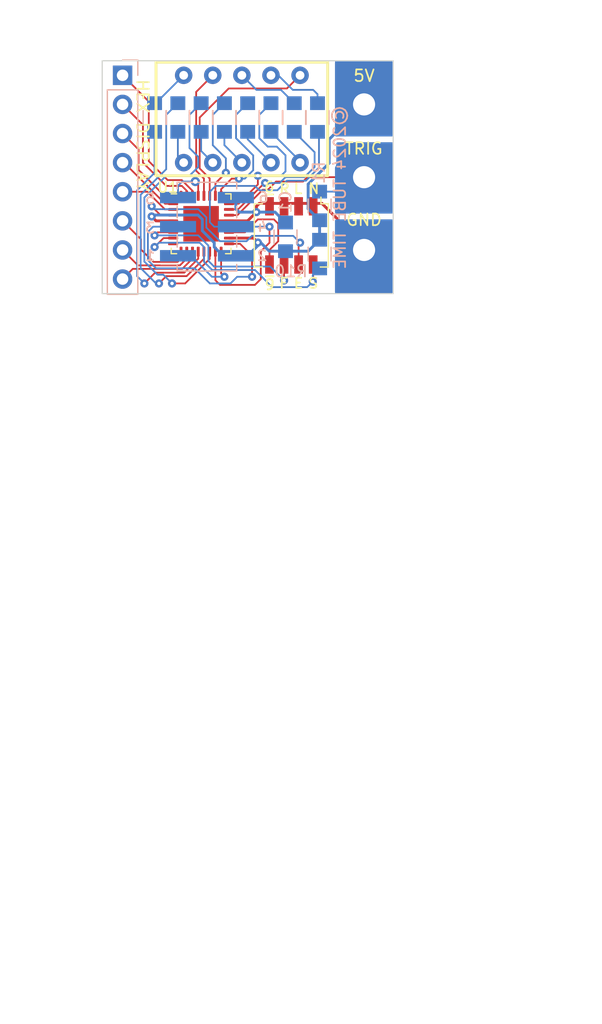
<source format=kicad_pcb>
(kicad_pcb (version 20221018) (generator pcbnew)
  (title_block (title "ByteHex") (comment 1 "By Tube Time"))
  (layers (0 "F.Cu" signal) (31 "B.Cu" signal) (34 "B.Paste" user) (35 "F.Paste" user) (36 "B.SilkS" user "B.Silkscreen") (37 "F.SilkS" user "F.Silkscreen") (38 "B.Mask" user) (39 "F.Mask" user) (44 "Edge.Cuts" user))
  (net 0 "")
  (net 1 "GND")
  (net 2 "Net-(D1-A)")
  (net 3 "Net-(J1-Pin_1)")
  (net 4 "Net-(J1-Pin_2)")
  (net 5 "Net-(J1-Pin_3)")
  (net 6 "Net-(J1-Pin_4)")
  (net 7 "Net-(J1-Pin_5)")
  (net 8 "Net-(J1-Pin_6)")
  (net 9 "Net-(J1-Pin_7)")
  (net 10 "Net-(J1-Pin_8)")
  (net 11 "Net-(J4-Pin_1)")
  (net 12 "VCC")
  (net 15 "Net-(D1-E)")
  (net 16 "Net-(D1-D)")
  (net 17 "Net-(D1-C)")
  (net 18 "Net-(D1-G)")
  (net 19 "Net-(D1-DP)")
  (net 20 "Net-(D1-CA2)")
  (net 21 "Net-(D1-B)")
  (net 22 "Net-(D1-CA1)")
  (net 23 "Net-(D1-F)")
  (net 24 "/MOSI")
  (net 25 "/RESET")
  (net 26 "/SCK")
  (net 27 "/MISO")
  (net 28 "/LEDDP")
  (net 29 "/LEDG")
  (net 30 "/LEDF")
  (net 31 "/LEDE")
  (net 32 "/LEDD")
  (net 33 "/LEDC")
  (net 34 "/LEDB")
  (net 35 "Net-(U1-PE2)")
  (net 36 "Net-(U1-PE1)")
  (net 37 "Net-(U1-PE0)")
  (net 38 "Net-(U1-XTAL1{slash}PB6)")
  (footprint "Conn:MILL-MAX_0294-0-15-01-06-27-10-0" (layer "F.Cu") (at 148.082 116.84)
    (fp_text reference "J2" hide)
    (fp_text value "Conn_01x01_Socket")
    (pad "1" thru_hole circle (at 0 0) (size 3.048 3.048) (drill 1.9304) (layers "*.Cu" "*.Mask") (net 1 "GND"))
  )
  (footprint "Button_Switch_SMD:SW_DIP_SPSTx04_Slide_Copal_CHS-04A_W5.08mm_P1.27mm_JPin" (layer "F.Cu") (at 141.732 115.57 -90)
    (fp_text reference "SW4" hide)
    (fp_text value "SW_DIP_x04")
    (fp_line (start -3.34 -2.585) (end -2.761 -2.585) (stroke (width 0.12)) (layer "F.SilkS"))
    (fp_line (start -2.761 -3.235) (end -2.761 -2.585) (stroke (width 0.12)) (layer "F.SilkS"))
    (fp_line (start -2.761 -3.235) (end 2.76 -3.235) (stroke (width 0.12)) (layer "F.SilkS"))
    (fp_line (start -2.761 2.525) (end -2.761 3.235) (stroke (width 0.12)) (layer "F.SilkS"))
    (fp_line (start -2.761 3.235) (end 2.76 3.235) (stroke (width 0.12)) (layer "F.SilkS"))
    (fp_line (start 2.76 -3.235) (end 2.76 -2.525) (stroke (width 0.12)) (layer "F.SilkS"))
    (fp_line (start 2.76 2.525) (end 2.76 3.235) (stroke (width 0.12)) (layer "F.SilkS"))
    (pad "1" smd rect (at -2.54 -1.905 270) (size 1.6 0.76) (layers "F.Cu" "F.Paste" "F.Mask") (net 1 "GND"))
    (pad "2" smd rect (at -2.54 -0.635 270) (size 1.6 0.76) (layers "F.Cu" "F.Paste" "F.Mask") (net 1 "GND"))
    (pad "3" smd rect (at -2.54 0.635 270) (size 1.6 0.76) (layers "F.Cu" "F.Paste" "F.Mask") (net 1 "GND"))
    (pad "4" smd rect (at -2.54 1.905 270) (size 1.6 0.76) (layers "F.Cu" "F.Paste" "F.Mask") (net 1 "GND"))
    (pad "5" smd rect (at 2.54 1.905 270) (size 1.6 0.76) (layers "F.Cu" "F.Paste" "F.Mask") (net 35 "Net-(U1-PE2)"))
    (pad "6" smd rect (at 2.54 0.635 270) (size 1.6 0.76) (layers "F.Cu" "F.Paste" "F.Mask") (net 36 "Net-(U1-PE1)"))
    (pad "7" smd rect (at 2.54 -0.635 270) (size 1.6 0.76) (layers "F.Cu" "F.Paste" "F.Mask") (net 37 "Net-(U1-PE0)"))
    (pad "8" smd rect (at 2.54 -1.905 270) (size 1.6 0.76) (layers "F.Cu" "F.Paste" "F.Mask") (net 38 "Net-(U1-XTAL1{slash}PB6)"))
  )
  (footprint "Package_DFN_QFN:QFN-32-1EP_5x5mm_P0.5mm_EP3.1x3.1mm" (layer "F.Cu") (at 133.854 114.554)
    (fp_text reference "U1" (at -2.917 -3.175) (layer "F.SilkS") (effects (font (size 0.889 0.889) (thickness 0.1524) bold)))
    (fp_text value "ATmega328PB-M")
    (fp_line (start -2.61 2.61) (end -2.61 2.135) (stroke (width 0.12)) (layer "F.SilkS"))
    (fp_line (start -2.135 -2.61) (end -2.61 -2.61) (stroke (width 0.12)) (layer "F.SilkS"))
    (fp_line (start -2.135 2.61) (end -2.61 2.61) (stroke (width 0.12)) (layer "F.SilkS"))
    (fp_line (start 2.135 -2.61) (end 2.61 -2.61) (stroke (width 0.12)) (layer "F.SilkS"))
    (fp_line (start 2.135 2.61) (end 2.61 2.61) (stroke (width 0.12)) (layer "F.SilkS"))
    (fp_line (start 2.61 -2.61) (end 2.61 -2.135) (stroke (width 0.12)) (layer "F.SilkS"))
    (fp_line (start 2.61 2.61) (end 2.61 2.135) (stroke (width 0.12)) (layer "F.SilkS"))
    (pad "1" smd roundrect (at -2.4375 -1.75) (size 0.875 0.25) (layers "F.Cu" "F.Paste" "F.Mask") (net 6 "Net-(J1-Pin_4)"))
    (pad "2" smd roundrect (at -2.4375 -1.25) (size 0.875 0.25) (layers "F.Cu" "F.Paste" "F.Mask") (net 7 "Net-(J1-Pin_5)"))
    (pad "3" smd roundrect (at -2.4375 -0.75) (size 0.875 0.25) (layers "F.Cu" "F.Paste" "F.Mask") (net 37 "Net-(U1-PE0)"))
    (pad "4" smd roundrect (at -2.4375 -0.25) (size 0.875 0.25) (layers "F.Cu" "F.Paste" "F.Mask") (net 12 "VCC"))
    (pad "5" smd roundrect (at -2.4375 0.25) (size 0.875 0.25) (layers "F.Cu" "F.Paste" "F.Mask") (net 1 "GND"))
    (pad "6" smd roundrect (at -2.4375 0.75) (size 0.875 0.25) (layers "F.Cu" "F.Paste" "F.Mask") (net 36 "Net-(U1-PE1)"))
    (pad "7" smd roundrect (at -2.4375 1.25) (size 0.875 0.25) (layers "F.Cu" "F.Paste" "F.Mask") (net 38 "Net-(U1-XTAL1{slash}PB6)"))
    (pad "8" smd roundrect (at -2.4375 1.75) (size 0.875 0.25) (layers "F.Cu" "F.Paste" "F.Mask"))
    (pad "9" smd roundrect (at -1.75 2.4375) (size 0.25 0.875) (layers "F.Cu" "F.Paste" "F.Mask") (net 8 "Net-(J1-Pin_6)"))
    (pad "10" smd roundrect (at -1.25 2.4375) (size 0.25 0.875) (layers "F.Cu" "F.Paste" "F.Mask") (net 9 "Net-(J1-Pin_7)"))
    (pad "11" smd roundrect (at -0.75 2.4375) (size 0.25 0.875) (layers "F.Cu" "F.Paste" "F.Mask") (net 10 "Net-(J1-Pin_8)"))
    (pad "12" smd roundrect (at -0.25 2.4375) (size 0.25 0.875) (layers "F.Cu" "F.Paste" "F.Mask") (net 30 "/LEDF"))
    (pad "13" smd roundrect (at 0.25 2.4375) (size 0.25 0.875) (layers "F.Cu" "F.Paste" "F.Mask") (net 31 "/LEDE"))
    (pad "14" smd roundrect (at 0.75 2.4375) (size 0.25 0.875) (layers "F.Cu" "F.Paste" "F.Mask") (net 32 "/LEDD"))
    (pad "15" smd roundrect (at 1.25 2.4375) (size 0.25 0.875) (layers "F.Cu" "F.Paste" "F.Mask") (net 24 "/MOSI"))
    (pad "16" smd roundrect (at 1.75 2.4375) (size 0.25 0.875) (layers "F.Cu" "F.Paste" "F.Mask") (net 27 "/MISO"))
    (pad "17" smd roundrect (at 2.4375 1.75) (size 0.875 0.25) (layers "F.Cu" "F.Paste" "F.Mask") (net 26 "/SCK"))
    (pad "18" smd roundrect (at 2.4375 1.25) (size 0.875 0.25) (layers "F.Cu" "F.Paste" "F.Mask") (net 12 "VCC"))
    (pad "19" smd roundrect (at 2.4375 0.75) (size 0.875 0.25) (layers "F.Cu" "F.Paste" "F.Mask") (net 35 "Net-(U1-PE2)"))
    (pad "20" smd roundrect (at 2.4375 0.25) (size 0.875 0.25) (layers "F.Cu" "F.Paste" "F.Mask"))
    (pad "21" smd roundrect (at 2.4375 -0.25) (size 0.875 0.25) (layers "F.Cu" "F.Paste" "F.Mask") (net 1 "GND"))
    (pad "22" smd roundrect (at 2.4375 -0.75) (size 0.875 0.25) (layers "F.Cu" "F.Paste" "F.Mask") (net 11 "Net-(J4-Pin_1)"))
    (pad "23" smd roundrect (at 2.4375 -1.25) (size 0.875 0.25) (layers "F.Cu" "F.Paste" "F.Mask") (net 34 "/LEDB"))
    (pad "24" smd roundrect (at 2.4375 -1.75) (size 0.875 0.25) (layers "F.Cu" "F.Paste" "F.Mask") (net 28 "/LEDDP"))
    (pad "25" smd roundrect (at 1.75 -2.4375) (size 0.25 0.875) (layers "F.Cu" "F.Paste" "F.Mask") (net 29 "/LEDG"))
    (pad "26" smd roundrect (at 1.25 -2.4375) (size 0.25 0.875) (layers "F.Cu" "F.Paste" "F.Mask") (net 33 "/LEDC"))
    (pad "27" smd roundrect (at 0.75 -2.4375) (size 0.25 0.875) (layers "F.Cu" "F.Paste" "F.Mask") (net 20 "Net-(D1-CA2)"))
    (pad "28" smd roundrect (at 0.25 -2.4375) (size 0.25 0.875) (layers "F.Cu" "F.Paste" "F.Mask") (net 22 "Net-(D1-CA1)"))
    (pad "29" smd roundrect (at -0.25 -2.4375) (size 0.25 0.875) (layers "F.Cu" "F.Paste" "F.Mask") (net 25 "/RESET"))
    (pad "30" smd roundrect (at -0.75 -2.4375) (size 0.25 0.875) (layers "F.Cu" "F.Paste" "F.Mask") (net 3 "Net-(J1-Pin_1)"))
    (pad "31" smd roundrect (at -1.25 -2.4375) (size 0.25 0.875) (layers "F.Cu" "F.Paste" "F.Mask") (net 4 "Net-(J1-Pin_2)"))
    (pad "32" smd roundrect (at -1.75 -2.4375) (size 0.25 0.875) (layers "F.Cu" "F.Paste" "F.Mask") (net 5 "Net-(J1-Pin_3)"))
    (pad "33" smd rect (at 0 0) (size 3.1 3.1) (layers "F.Cu" "F.Mask") (net 1 "GND"))
  )
  (footprint "Conn:MILL-MAX_0294-0-15-01-06-27-10-0" (layer "F.Cu") (at 148.082 110.49)
    (fp_text reference "J4" hide)
    (fp_text value "Conn_01x01_Socket")
    (pad "1" thru_hole circle (at 0 0) (size 3.048 3.048) (drill 1.9304) (layers "*.Cu" "*.Mask") (net 11 "Net-(J4-Pin_1)"))
  )
  (footprint "Conn:MILL-MAX_0294-0-15-01-06-27-10-0" (layer "F.Cu") (at 148.082 104.14)
    (fp_text reference "J3" hide)
    (fp_text value "Conn_01x01_Socket")
    (pad "1" thru_hole circle (at 0 0) (size 3.048 3.048) (drill 1.9304) (layers "*.Cu" "*.Mask") (net 12 "VCC"))
  )
  (footprint "Active:LTD-2601G-11" (layer "F.Cu") (at 137.414 105.41)
    (fp_text reference "D1" hide)
    (fp_text value "LITEON_LTD-2601G-11")
    (fp_line (start -7.493 -4.953) (end 7.493 -4.953) (stroke (width 0.254)) (layer "F.SilkS"))
    (fp_line (start -7.493 4.953) (end -7.493 -4.953) (stroke (width 0.254)) (layer "F.SilkS"))
    (fp_line (start 7.493 -4.953) (end 7.493 4.953) (stroke (width 0.254)) (layer "F.SilkS"))
    (fp_line (start 7.493 4.953) (end -7.493 4.953) (stroke (width 0.254)) (layer "F.SilkS"))
    (pad "1" thru_hole circle (at -5.08 3.81) (size 1.524 1.524) (drill 0.762) (layers "*.Cu" "*.Mask") (net 15 "Net-(D1-E)"))
    (pad "2" thru_hole circle (at -2.54 3.81) (size 1.524 1.524) (drill 0.762) (layers "*.Cu" "*.Mask") (net 16 "Net-(D1-D)"))
    (pad "3" thru_hole circle (at 0 3.81) (size 1.524 1.524) (drill 0.762) (layers "*.Cu" "*.Mask") (net 17 "Net-(D1-C)"))
    (pad "4" thru_hole circle (at 2.54 3.81) (size 1.524 1.524) (drill 0.762) (layers "*.Cu" "*.Mask") (net 18 "Net-(D1-G)"))
    (pad "5" thru_hole circle (at 5.08 3.81) (size 1.524 1.524) (drill 0.762) (layers "*.Cu" "*.Mask") (net 19 "Net-(D1-DP)"))
    (pad "6" thru_hole circle (at 5.08 -3.81) (size 1.524 1.524) (drill 0.762) (layers "*.Cu" "*.Mask") (net 20 "Net-(D1-CA2)"))
    (pad "7" thru_hole circle (at 2.54 -3.81) (size 1.524 1.524) (drill 0.762) (layers "*.Cu" "*.Mask") (net 2 "Net-(D1-A)"))
    (pad "8" thru_hole circle (at 0 -3.81) (size 1.524 1.524) (drill 0.762) (layers "*.Cu" "*.Mask") (net 21 "Net-(D1-B)"))
    (pad "9" thru_hole circle (at -2.54 -3.81) (size 1.524 1.524) (drill 0.762) (layers "*.Cu" "*.Mask") (net 22 "Net-(D1-CA1)"))
    (pad "10" thru_hole circle (at -5.08 -3.81) (size 1.524 1.524) (drill 0.762) (layers "*.Cu" "*.Mask") (net 23 "Net-(D1-F)"))
  )
  (footprint "Connector_PinHeader_2.54mm:PinHeader_2x03_P2.54mm_Vertical_SMD" (layer "B.Cu") (at 134.366 114.808)
    (fp_text reference "J5" hide)
    (fp_text value "ISP")
    (fp_line (start -4.04 3.3) (end -2.6 3.3) (stroke (width 0.12)) (layer "B.SilkS"))
    (fp_line (start -2.6 -3.87) (end 2.6 -3.87) (stroke (width 0.12)) (layer "B.SilkS"))
    (fp_line (start -2.6 -3.3) (end -2.6 -3.87) (stroke (width 0.12)) (layer "B.SilkS"))
    (fp_line (start -2.6 -0.76) (end -2.6 -1.78) (stroke (width 0.12)) (layer "B.SilkS"))
    (fp_line (start -2.6 1.78) (end -2.6 0.76) (stroke (width 0.12)) (layer "B.SilkS"))
    (fp_line (start -2.6 3.87) (end -2.6 3.3) (stroke (width 0.12)) (layer "B.SilkS"))
    (fp_line (start -2.6 3.87) (end 2.6 3.87) (stroke (width 0.12)) (layer "B.SilkS"))
    (fp_line (start 2.6 -3.3) (end 2.6 -3.87) (stroke (width 0.12)) (layer "B.SilkS"))
    (fp_line (start 2.6 -0.76) (end 2.6 -1.78) (stroke (width 0.12)) (layer "B.SilkS"))
    (fp_line (start 2.6 1.78) (end 2.6 0.76) (stroke (width 0.12)) (layer "B.SilkS"))
    (fp_line (start 2.6 3.87) (end 2.6 3.3) (stroke (width 0.12)) (layer "B.SilkS"))
    (pad "1" smd rect (at -2.525 2.54) (size 3.15 1) (layers "B.Cu" "B.Paste" "B.Mask") (net 27 "/MISO"))
    (pad "2" smd rect (at 2.525 2.54) (size 3.15 1) (layers "B.Cu" "B.Paste" "B.Mask") (net 12 "VCC"))
    (pad "3" smd rect (at -2.525 0) (size 3.15 1) (layers "B.Cu" "B.Paste" "B.Mask") (net 26 "/SCK"))
    (pad "4" smd rect (at 2.525 0) (size 3.15 1) (layers "B.Cu" "B.Paste" "B.Mask") (net 24 "/MOSI"))
    (pad "5" smd rect (at -2.525 -2.54) (size 3.15 1) (layers "B.Cu" "B.Paste" "B.Mask") (net 25 "/RESET"))
    (pad "6" smd rect (at 2.525 -2.54) (size 3.15 1) (layers "B.Cu" "B.Paste" "B.Mask") (net 1 "GND"))
  )
  (footprint "Passive:RESC2012X55" (layer "B.Cu") (at 144.2 117.2 -90)
    (fp_text reference "R10" (at 1.5 2.5 -180) (layer "B.SilkS") (effects (justify mirror)))
    (fp_text value "4.7K")
    (fp_line (start -0.6 1) (end 0.6 1) (stroke (width 0.12)) (layer "B.SilkS"))
    (fp_line (start 0.6 -1) (end -0.6 -1) (stroke (width 0.12)) (layer "B.SilkS"))
    (pad "1" smd rect (at -1.25 0 270) (size 1.2 1.3) (layers "B.Cu" "B.Paste" "B.Mask") (net 12 "VCC"))
    (pad "2" smd rect (at 1.25 0 270) (size 1.2 1.3) (layers "B.Cu" "B.Paste" "B.Mask") (net 38 "Net-(U1-XTAL1{slash}PB6)"))
  )
  (footprint "Passive:RESC2012X55" (layer "B.Cu") (at 129.794 105.283 90)
    (fp_text reference "R4" hide)
    (fp_text value "1K")
    (fp_line (start -0.6 1) (end 0.6 1) (stroke (width 0.12)) (layer "B.SilkS"))
    (fp_line (start 0.6 -1) (end -0.6 -1) (stroke (width 0.12)) (layer "B.SilkS"))
    (pad "1" smd rect (at -1.25 0 90) (size 1.2 1.3) (layers "B.Cu" "B.Paste" "B.Mask") (net 30 "/LEDF"))
    (pad "2" smd rect (at 1.25 0 90) (size 1.2 1.3) (layers "B.Cu" "B.Paste" "B.Mask") (net 23 "Net-(D1-F)"))
  )
  (footprint "Passive:RESC2012X55" (layer "B.Cu") (at 131.826 105.283 -90)
    (fp_text reference "R5" hide)
    (fp_text value "1K")
    (fp_line (start -0.6 1) (end 0.6 1) (stroke (width 0.12)) (layer "B.SilkS"))
    (fp_line (start 0.6 -1) (end -0.6 -1) (stroke (width 0.12)) (layer "B.SilkS"))
    (pad "1" smd rect (at -1.25 0 270) (size 1.2 1.3) (layers "B.Cu" "B.Paste" "B.Mask") (net 31 "/LEDE"))
    (pad "2" smd rect (at 1.25 0 270) (size 1.2 1.3) (layers "B.Cu" "B.Paste" "B.Mask") (net 15 "Net-(D1-E)"))
  )
  (footprint "Passive:RESC2012X55" (layer "B.Cu") (at 144.2 113 90)
    (fp_text reference "R1" (at 2.9 -0.064 270) (layer "B.SilkS") (effects (justify mirror)))
    (fp_text value "4.7K")
    (fp_line (start -0.6 1) (end 0.6 1) (stroke (width 0.12)) (layer "B.SilkS"))
    (fp_line (start 0.6 -1) (end -0.6 -1) (stroke (width 0.12)) (layer "B.SilkS"))
    (pad "1" smd rect (at -1.25 0 90) (size 1.2 1.3) (layers "B.Cu" "B.Paste" "B.Mask") (net 12 "VCC"))
    (pad "2" smd rect (at 1.25 0 90) (size 1.2 1.3) (layers "B.Cu" "B.Paste" "B.Mask") (net 11 "Net-(J4-Pin_1)"))
  )
  (footprint "Passive:RESC2012X55" (layer "B.Cu") (at 139.954 105.283 -90)
    (fp_text reference "R2" hide)
    (fp_text value "1K")
    (fp_line (start -0.6 1) (end 0.6 1) (stroke (width 0.12)) (layer "B.SilkS"))
    (fp_line (start 0.6 -1) (end -0.6 -1) (stroke (width 0.12)) (layer "B.SilkS"))
    (pad "1" smd rect (at -1.25 0 270) (size 1.2 1.3) (layers "B.Cu" "B.Paste" "B.Mask") (net 28 "/LEDDP"))
    (pad "2" smd rect (at 1.25 0 270) (size 1.2 1.3) (layers "B.Cu" "B.Paste" "B.Mask") (net 19 "Net-(D1-DP)"))
  )
  (footprint "Passive:RESC2012X55" (layer "B.Cu") (at 141.986 105.283 90)
    (fp_text reference "R8" hide)
    (fp_text value "1K")
    (fp_line (start -0.6 1) (end 0.6 1) (stroke (width 0.12)) (layer "B.SilkS"))
    (fp_line (start 0.6 -1) (end -0.6 -1) (stroke (width 0.12)) (layer "B.SilkS"))
    (pad "1" smd rect (at -1.25 0 90) (size 1.2 1.3) (layers "B.Cu" "B.Paste" "B.Mask") (net 34 "/LEDB"))
    (pad "2" smd rect (at 1.25 0 90) (size 1.2 1.3) (layers "B.Cu" "B.Paste" "B.Mask") (net 21 "Net-(D1-B)"))
  )
  (footprint "Passive:RESC2012X55" (layer "B.Cu") (at 135.89 105.283 -90)
    (fp_text reference "R7" hide)
    (fp_text value "1K")
    (fp_line (start -0.6 1) (end 0.6 1) (stroke (width 0.12)) (layer "B.SilkS"))
    (fp_line (start 0.6 -1) (end -0.6 -1) (stroke (width 0.12)) (layer "B.SilkS"))
    (pad "1" smd rect (at -1.25 0 270) (size 1.2 1.3) (layers "B.Cu" "B.Paste" "B.Mask") (net 33 "/LEDC"))
    (pad "2" smd rect (at 1.25 0 270) (size 1.2 1.3) (layers "B.Cu" "B.Paste" "B.Mask") (net 17 "Net-(D1-C)"))
  )
  (footprint "Passive:RESC2012X55" (layer "B.Cu") (at 144.018 105.283 90)
    (fp_text reference "R9" hide)
    (fp_text value "1K")
    (fp_line (start -0.6 1) (end 0.6 1) (stroke (width 0.12)) (layer "B.SilkS"))
    (fp_line (start 0.6 -1) (end -0.6 -1) (stroke (width 0.12)) (layer "B.SilkS"))
    (pad "1" smd rect (at -1.25 0 90) (size 1.2 1.3) (layers "B.Cu" "B.Paste" "B.Mask") (net 24 "/MOSI"))
    (pad "2" smd rect (at 1.25 0 90) (size 1.2 1.3) (layers "B.Cu" "B.Paste" "B.Mask") (net 2 "Net-(D1-A)"))
  )
  (footprint "Passive:CAPC2012X55" (layer "B.Cu") (at 141.224 115.697 90)
    (fp_text reference "C1" (at 3.048 0 90) (layer "B.SilkS") (effects (justify mirror)))
    (fp_text value "0.1")
    (fp_line (start -0.6 1) (end 0.6 1) (stroke (width 0.12)) (layer "B.SilkS"))
    (fp_line (start 0.6 -1) (end -0.6 -1) (stroke (width 0.12)) (layer "B.SilkS"))
    (pad "1" smd rect (at -1.25 0 90) (size 1.2 1.3) (layers "B.Cu" "B.Paste" "B.Mask") (net 12 "VCC"))
    (pad "2" smd rect (at 1.25 0 90) (size 1.2 1.3) (layers "B.Cu" "B.Paste" "B.Mask") (net 1 "GND"))
  )
  (footprint "Passive:RESC2012X55" (layer "B.Cu") (at 133.858 105.283 -90)
    (fp_text reference "R6" hide)
    (fp_text value "1K")
    (fp_line (start -0.6 1) (end 0.6 1) (stroke (width 0.12)) (layer "B.SilkS"))
    (fp_line (start 0.6 -1) (end -0.6 -1) (stroke (width 0.12)) (layer "B.SilkS"))
    (pad "1" smd rect (at -1.25 0 270) (size 1.2 1.3) (layers "B.Cu" "B.Paste" "B.Mask") (net 32 "/LEDD"))
    (pad "2" smd rect (at 1.25 0 270) (size 1.2 1.3) (layers "B.Cu" "B.Paste" "B.Mask") (net 16 "Net-(D1-D)"))
  )
  (footprint "Connector_PinHeader_2.54mm:PinHeader_1x08_P2.54mm_Vertical" (layer "B.Cu") (at 127 101.6 180)
    (fp_text reference "J1" hide)
    (fp_text value "Conn_01x08_Pin")
    (fp_line (start -1.33 -19.11) (end 1.33 -19.11) (stroke (width 0.12)) (layer "B.SilkS"))
    (fp_line (start -1.33 -1.27) (end -1.33 -19.11) (stroke (width 0.12)) (layer "B.SilkS"))
    (fp_line (start -1.33 -1.27) (end 1.33 -1.27) (stroke (width 0.12)) (layer "B.SilkS"))
    (fp_line (start -1.33 0) (end -1.33 1.33) (stroke (width 0.12)) (layer "B.SilkS"))
    (fp_line (start -1.33 1.33) (end 0 1.33) (stroke (width 0.12)) (layer "B.SilkS"))
    (fp_line (start 1.33 -1.27) (end 1.33 -19.11) (stroke (width 0.12)) (layer "B.SilkS"))
    (pad "1" thru_hole rect (at 0 0 180) (size 1.7 1.7) (drill 1) (layers "*.Cu" "*.Mask") (net 3 "Net-(J1-Pin_1)"))
    (pad "2" thru_hole oval (at 0 -2.54 180) (size 1.7 1.7) (drill 1) (layers "*.Cu" "*.Mask") (net 4 "Net-(J1-Pin_2)"))
    (pad "3" thru_hole oval (at 0 -5.08 180) (size 1.7 1.7) (drill 1) (layers "*.Cu" "*.Mask") (net 5 "Net-(J1-Pin_3)"))
    (pad "4" thru_hole oval (at 0 -7.62 180) (size 1.7 1.7) (drill 1) (layers "*.Cu" "*.Mask") (net 6 "Net-(J1-Pin_4)"))
    (pad "5" thru_hole oval (at 0 -10.16 180) (size 1.7 1.7) (drill 1) (layers "*.Cu" "*.Mask") (net 7 "Net-(J1-Pin_5)"))
    (pad "6" thru_hole oval (at 0 -12.7 180) (size 1.7 1.7) (drill 1) (layers "*.Cu" "*.Mask") (net 8 "Net-(J1-Pin_6)"))
    (pad "7" thru_hole oval (at 0 -15.24 180) (size 1.7 1.7) (drill 1) (layers "*.Cu" "*.Mask") (net 9 "Net-(J1-Pin_7)"))
    (pad "8" thru_hole oval (at 0 -17.78 180) (size 1.7 1.7) (drill 1) (layers "*.Cu" "*.Mask") (net 10 "Net-(J1-Pin_8)"))
  )
  (footprint "Passive:RESC2012X55" (layer "B.Cu") (at 137.922 105.283 -90)
    (fp_text reference "R3" hide)
    (fp_text value "1K")
    (fp_line (start -0.6 1) (end 0.6 1) (stroke (width 0.12)) (layer "B.SilkS"))
    (fp_line (start 0.6 -1) (end -0.6 -1) (stroke (width 0.12)) (layer "B.SilkS"))
    (pad "1" smd rect (at -1.25 0 270) (size 1.2 1.3) (layers "B.Cu" "B.Paste" "B.Mask") (net 29 "/LEDG"))
    (pad "2" smd rect (at 1.25 0 270) (size 1.2 1.3) (layers "B.Cu" "B.Paste" "B.Mask") (net 18 "Net-(D1-G)"))
  )
  (gr_line (start 150.622 120.65) (end 150.622 100.33) (stroke (width 0.1)) (layer "Edge.Cuts"))
  (gr_line (start 150.622 100.33) (end 125.222 100.33) (stroke (width 0.1)) (layer "Edge.Cuts"))
  (gr_line (start 125.222 120.65) (end 150.622 120.65) (stroke (width 0.1)) (layer "Edge.Cuts"))
  (gr_line (start 125.222 100.33) (end 125.222 120.65) (stroke (width 0.1)) (layer "Edge.Cuts"))
  (gr_text "4" (at 139.7 115.316) (layer "B.SilkS") (effects (font (size 0.889 0.889) (thickness 0.1524) bold) (justify left bottom mirror)))
  (gr_text "5" (at 129.921 112.903) (layer "B.SilkS") (effects (font (size 0.889 0.889) (thickness 0.1524) bold) (justify left bottom mirror)))
  (gr_text "1" (at 129.921 117.856) (layer "B.SilkS") (effects (font (size 0.889 0.889) (thickness 0.1524) bold) (justify left bottom mirror)))
  (gr_text "6" (at 139.827 112.776) (layer "B.SilkS") (effects (font (size 0.889 0.889) (thickness 0.1524) bold) (justify left bottom mirror)))
  (gr_text " ©2024 TUBE TIME" (at 146.558 103.378 90) (layer "B.SilkS") (effects (font (size 1.016 1.016) (thickness 0.1524)) (justify left bottom mirror)))
  (gr_text "3" (at 129.921 115.443) (layer "B.SilkS") (effects (font (size 0.889 0.889) (thickness 0.1524) bold) (justify left bottom mirror)))
  (gr_text "2" (at 139.7 117.856) (layer "B.SilkS") (effects (font (size 0.889 0.889) (thickness 0.1524) bold) (justify left bottom mirror)))
  (gr_text "HEX DISPLAY" (at 128.143 101.854 -90) (layer "F.SilkS") (effects (font (size 1.016 1.016) (thickness 0.1524)) (justify left bottom)))
  (gr_text "S" (at 143.129 120.269) (layer "F.SilkS") (effects (font (size 0.889 0.889) (thickness 0.1524)) (justify left bottom)))
  (gr_text "~{9}" (at 139.319 120.396) (layer "F.SilkS") (effects (font (size 0.889 0.889) (thickness 0.1524)) (justify left bottom)))
  (gr_text "R" (at 140.589 112.014) (layer "F.SilkS") (effects (font (size 0.889 0.889) (thickness 0.1524)) (justify left bottom)))
  (gr_text "L" (at 141.859 112.014) (layer "F.SilkS") (effects (font (size 0.889 0.889) (thickness 0.1524)) (justify left bottom)))
  (gr_text "E" (at 141.859 120.269) (layer "F.SilkS") (effects (font (size 0.889 0.889) (thickness 0.1524)) (justify left bottom)))
  (gr_text "~{9}" (at 140.335 110.744 180) (layer "F.SilkS") (effects (font (size 0.889 0.889) (thickness 0.1524)) (justify left bottom)))
  (gr_text "N" (at 143.129 112.014) (layer "F.SilkS") (effects (font (size 0.889 0.889) (thickness 0.1524)) (justify left bottom)))
  (gr_text "5V" (at 147.066 102.235) (layer "F.SilkS") (effects (font (size 1.016 1.016) (thickness 0.1524)) (justify left bottom)))
  (gr_text "GND" (at 146.431 114.808) (layer "F.SilkS") (effects (font (size 1.016 1.016) (thickness 0.1524)) (justify left bottom)))
  (gr_text "F" (at 140.589 120.269) (layer "F.SilkS") (effects (font (size 0.889 0.889) (thickness 0.1524)) (justify left bottom)))
  (gr_text "TRIG" (at 146.304 108.585) (layer "F.SilkS") (effects (font (size 1.016 1.016) (thickness 0.1524)) (justify left bottom)))
  (segment (start 133.604 114.804) (end 133.854 114.554) (width 0.25) (layer "F.Cu") (net 1))
  (segment (start 138.938 112.776) (end 139.827 112.776) (width 0.25) (layer "F.Cu") (net 1))
  (segment (start 138.684 113.538) (end 137.918 114.304) (width 0.25) (layer "F.Cu") (net 1))
  (segment (start 131.4165 114.804) (end 133.604 114.804) (width 0.25) (layer "F.Cu") (net 1))
  (segment (start 142.367 112.776) (end 143.637 112.776) (width 0.25) (layer "F.Cu") (net 1))
  (segment (start 138.684 113.03) (end 138.938 112.776) (width 0.25) (layer "F.Cu") (net 1))
  (segment (start 144.399 112.776) (end 148.082 116.459) (width 0.25) (layer "F.Cu") (net 1))
  (segment (start 143.637 112.776) (end 144.399 112.776) (width 0.25) (layer "F.Cu") (net 1))
  (segment (start 137.918 114.304) (end 136.2915 114.304) (width 0.25) (layer "F.Cu") (net 1))
  (segment (start 138.684 113.665) (end 138.684 113.538) (width 0.25) (layer "F.Cu") (net 1))
  (segment (start 133.854 114.554) (end 134.104 114.304) (width 0.25) (layer "F.Cu") (net 1))
  (segment (start 134.104 114.304) (end 136.2915 114.304) (width 0.25) (layer "F.Cu") (net 1))
  (segment (start 139.827 112.776) (end 141.097 112.776) (width 0.25) (layer "F.Cu") (net 1))
  (segment (start 138.684 113.538) (end 138.684 113.03) (width 0.25) (layer "F.Cu") (net 1))
  (segment (start 148.082 116.459) (end 148.082 116.84) (width 0.25) (layer "F.Cu") (net 1))
  (segment (start 141.097 112.776) (end 142.367 112.776) (width 0.25) (layer "F.Cu") (net 1))
  (via (at 138.684 113.538) (size 0.7112) (drill 0.3048) (layers "F.Cu" "B.Cu") (net 1))
  (segment (start 138.684 113.538) (end 137.16 113.538) (width 0.254) (layer "B.Cu") (net 1))
  (segment (start 136.76429 112.283) (end 136.906 112.283) (width 0.1524) (layer "B.Cu") (net 1))
  (segment (start 138.684 113.538) (end 140.315 113.538) (width 0.25) (layer "B.Cu") (net 1))
  (segment (start 137.16 113.538) (end 136.891 113.269) (width 0.254) (layer "B.Cu") (net 1))
  (segment (start 136.891 113.269) (end 136.891 112.268) (width 0.254) (layer "B.Cu") (net 1))
  (segment (start 140.315 113.538) (end 141.224 114.447) (width 0.25) (layer "B.Cu") (net 1))
  (segment (start 141.859 102.87) (end 143.637 102.87) (width 0.1524) (layer "B.Cu") (net 2))
  (segment (start 140.589 101.6) (end 141.859 102.87) (width 0.1524) (layer "B.Cu") (net 2))
  (segment (start 139.954 101.6) (end 140.589 101.6) (width 0.1524) (layer "B.Cu") (net 2))
  (segment (start 143.637 102.87) (end 144.018 103.251) (width 0.1524) (layer "B.Cu") (net 2))
  (segment (start 144.018 103.251) (end 144.018 104.033) (width 0.1524) (layer "B.Cu") (net 2))
  (segment (start 132.169 110.744) (end 133.104 111.679) (width 0.1524) (layer "F.Cu") (net 3))
  (segment (start 127 101.6) (end 129.286 103.886) (width 0.1524) (layer "F.Cu") (net 3))
  (segment (start 133.104 111.679) (end 133.104 112.1165) (width 0.1524) (layer "F.Cu") (net 3))
  (segment (start 129.286 109.093) (end 130.937 110.744) (width 0.1524) (layer "F.Cu") (net 3))
  (segment (start 129.286 103.886) (end 129.286 109.093) (width 0.1524) (layer "F.Cu") (net 3))
  (segment (start 130.937 110.744) (end 132.169 110.744) (width 0.1524) (layer "F.Cu") (net 3))
  (segment (start 132.177 111.252) (end 130.81 111.252) (width 0.1524) (layer "F.Cu") (net 4))
  (segment (start 132.604 111.679) (end 132.177 111.252) (width 0.1524) (layer "F.Cu") (net 4))
  (segment (start 128.778 105.918) (end 127 104.14) (width 0.1524) (layer "F.Cu") (net 4))
  (segment (start 130.81 111.252) (end 128.778 109.22) (width 0.1524) (layer "F.Cu") (net 4))
  (segment (start 128.778 109.22) (end 128.778 105.918) (width 0.1524) (layer "F.Cu") (net 4))
  (segment (start 132.604 112.1165) (end 132.604 111.679) (width 0.1524) (layer "F.Cu") (net 4))
  (segment (start 132.104 112.1165) (end 130.6585 112.1165) (width 0.1524) (layer "F.Cu") (net 5))
  (segment (start 130.6585 112.1165) (end 128.397 109.855) (width 0.1524) (layer "F.Cu") (net 5))
  (segment (start 128.397 108.077) (end 127 106.68) (width 0.1524) (layer "F.Cu") (net 5))
  (segment (start 128.397 109.855) (end 128.397 108.077) (width 0.1524) (layer "F.Cu") (net 5))
  (segment (start 130.711 112.804) (end 127.127 109.22) (width 0.1524) (layer "F.Cu") (net 6))
  (segment (start 127.127 109.22) (end 127 109.22) (width 0.1524) (layer "F.Cu") (net 6))
  (segment (start 131.4165 112.804) (end 130.711 112.804) (width 0.1524) (layer "F.Cu") (net 6))
  (segment (start 131.4165 113.304) (end 130.703 113.304) (width 0.1524) (layer "F.Cu") (net 7))
  (segment (start 129.159 111.76) (end 127 111.76) (width 0.1524) (layer "F.Cu") (net 7))
  (segment (start 130.703 113.304) (end 129.159 111.76) (width 0.1524) (layer "F.Cu") (net 7))
  (segment (start 129.6924 117.8814) (end 128.6002 116.7892) (width 0.1524) (layer "F.Cu") (net 8))
  (segment (start 132.104 117.578) (end 131.8006 117.8814) (width 0.1524) (layer "F.Cu") (net 8))
  (segment (start 128.6002 116.7892) (end 128.6002 115.9002) (width 0.1524) (layer "F.Cu") (net 8))
  (segment (start 131.8006 117.8814) (end 129.6924 117.8814) (width 0.1524) (layer "F.Cu") (net 8))
  (segment (start 128.6002 115.9002) (end 127 114.3) (width 0.1524) (layer "F.Cu") (net 8))
  (segment (start 132.104 116.9915) (end 132.104 117.578) (width 0.1524) (layer "F.Cu") (net 8))
  (segment (start 132.604 117.586) (end 132.0038 118.1862) (width 0.1524) (layer "F.Cu") (net 9))
  (segment (start 132.604 116.9915) (end 132.604 117.586) (width 0.1524) (layer "F.Cu") (net 9))
  (segment (start 128.3462 118.1862) (end 127 116.84) (width 0.1524) (layer "F.Cu") (net 9))
  (segment (start 132.0038 118.1862) (end 128.3462 118.1862) (width 0.1524) (layer "F.Cu") (net 9))
  (segment (start 133.104 117.594) (end 132.207 118.491) (width 0.1524) (layer "F.Cu") (net 10))
  (segment (start 132.207 118.491) (end 127.889 118.491) (width 0.1524) (layer "F.Cu") (net 10))
  (segment (start 133.104 116.9915) (end 133.104 117.594) (width 0.1524) (layer "F.Cu") (net 10))
  (segment (start 127.889 118.491) (end 127 119.38) (width 0.1524) (layer "F.Cu") (net 10))
  (segment (start 140.399184 110.871) (end 142.748 110.871) (width 0.1524) (layer "F.Cu") (net 11))
  (segment (start 139.2428 111.5822) (end 139.687984 111.5822) (width 0.1524) (layer "F.Cu") (net 11))
  (segment (start 137.021 113.804) (end 139.2428 111.5822) (width 0.1524) (layer "F.Cu") (net 11))
  (segment (start 136.2915 113.804) (end 137.021 113.804) (width 0.1524) (layer "F.Cu") (net 11))
  (segment (start 142.748 110.871) (end 143.129 110.49) (width 0.1524) (layer "F.Cu") (net 11))
  (segment (start 139.687984 111.5822) (end 140.399184 110.871) (width 0.1524) (layer "F.Cu") (net 11))
  (segment (start 143.129 110.49) (end 148.082 110.49) (width 0.1524) (layer "F.Cu") (net 11))
  (segment (start 144.2 111.75) (end 146.822 111.75) (width 0.1524) (layer "B.Cu") (net 11))
  (segment (start 146.822 111.75) (end 148.082 110.49) (width 0.1524) (layer "B.Cu") (net 11))
  (segment (start 147.574 110.49) (end 148.082 110.49) (width 0.1524) (layer "B.Cu") (net 11))
  (segment (start 138.421249 115.804) (end 136.2915 115.804) (width 0.25) (layer "F.Cu") (net 12))
  (segment (start 129.925 114.304) (end 131.4165 114.304) (width 0.25) (layer "F.Cu") (net 12))
  (segment (start 138.811 116.193751) (end 138.421249 115.804) (width 0.25) (layer "F.Cu") (net 12))
  (segment (start 129.54 113.919) (end 129.925 114.304) (width 0.25) (layer "F.Cu") (net 12))
  (via (at 138.811 116.193751) (size 0.7112) (drill 0.3048) (layers "F.Cu" "B.Cu") (net 12))
  (via (at 129.54 113.919) (size 0.7112) (drill 0.3048) (layers "F.Cu" "B.Cu") (net 12))
  (segment (start 143.2 111.1) (end 143.2 113.25) (width 0.25) (layer "B.Cu") (net 12))
  (segment (start 138.811 116.193751) (end 139.053751 116.193751) (width 0.25) (layer "B.Cu") (net 12))
  (segment (start 145.034 109.266) (end 143.2 111.1) (width 0.25) (layer "B.Cu") (net 12))
  (segment (start 143.203 116.947) (end 141.224 116.947) (width 0.25) (layer "B.Cu") (net 12))
  (segment (start 137.922 117.348) (end 136.891 117.348) (width 0.25) (layer "B.Cu") (net 12))
  (segment (start 139.053751 116.193751) (end 139.807 116.947) (width 0.25) (layer "B.Cu") (net 12))
  (segment (start 145.034 108.839) (end 145.034 107.188) (width 0.254) (layer "B.Cu") (net 12))
  (segment (start 145.034 107.188) (end 148.082 104.14) (width 0.254) (layer "B.Cu") (net 12))
  (segment (start 133.5806 113.792) (end 133.9616 114.173) (width 0.25) (layer "B.Cu") (net 12))
  (segment (start 133.9616 115.1656) (end 135.001 116.205) (width 0.25) (layer "B.Cu") (net 12))
  (segment (start 144.2 115.95) (end 143.203 116.947) (width 0.25) (layer "B.Cu") (net 12))
  (segment (start 135.001 116.586) (end 135.763 117.348) (width 0.25) (layer "B.Cu") (net 12))
  (segment (start 135.763 117.348) (end 136.891 117.348) (width 0.25) (layer "B.Cu") (net 12))
  (segment (start 143.2 113.25) (end 144.2 114.25) (width 0.25) (layer "B.Cu") (net 12))
  (segment (start 133.9616 114.173) (end 133.9616 115.1656) (width 0.25) (layer "B.Cu") (net 12))
  (segment (start 129.54 113.919) (end 129.667 113.792) (width 0.25) (layer "B.Cu") (net 12))
  (segment (start 145.034 108.839) (end 145.034 109.266) (width 0.25) (layer "B.Cu") (net 12))
  (segment (start 129.667 113.792) (end 133.5806 113.792) (width 0.25) (layer "B.Cu") (net 12))
  (segment (start 138.811 116.459) (end 137.922 117.348) (width 0.25) (layer "B.Cu") (net 12))
  (segment (start 138.811 116.193751) (end 138.811 116.459) (width 0.25) (layer "B.Cu") (net 12))
  (segment (start 144.2 114.25) (end 144.2 115.95) (width 0.25) (layer "B.Cu") (net 12))
  (segment (start 139.807 116.947) (end 141.224 116.947) (width 0.25) (layer "B.Cu") (net 12))
  (segment (start 135.001 116.205) (end 135.001 116.586) (width 0.25) (layer "B.Cu") (net 12))
  (segment (start 131.826 107.168) (end 131.826 108.712) (width 0.1524) (layer "B.Cu") (net 15))
  (segment (start 131.826 108.712) (end 132.334 109.22) (width 0.1524) (layer "B.Cu") (net 15))
  (segment (start 133.858 107.168) (end 133.858 108.204) (width 0.1524) (layer "B.Cu") (net 16))
  (segment (start 133.858 108.204) (end 134.874 109.22) (width 0.1524) (layer "B.Cu") (net 16))
  (segment (start 135.89 107.696) (end 137.414 109.22) (width 0.1524) (layer "B.Cu") (net 17))
  (segment (start 135.89 107.168) (end 135.89 107.696) (width 0.1524) (layer "B.Cu") (net 17))
  (segment (start 137.922 107.188) (end 137.922 106.533) (width 0.1524) (layer "B.Cu") (net 18))
  (segment (start 137.922 107.188) (end 139.954 109.22) (width 0.1524) (layer "B.Cu") (net 18))
  (segment (start 142.494 109.093) (end 139.954 106.553) (width 0.1524) (layer "B.Cu") (net 19))
  (segment (start 139.954 106.553) (end 139.954 106.533) (width 0.1524) (layer "B.Cu") (net 19))
  (segment (start 142.494 109.22) (end 142.494 109.093) (width 0.1524) (layer "B.Cu") (net 19))
  (segment (start 134.604 112.1165) (end 134.604 110.601) (width 0.1524) (layer "F.Cu") (net 20))
  (segment (start 141.3446 102.7494) (end 142.494 101.6) (width 0.1524) (layer "F.Cu") (net 20))
  (segment (start 133.731 109.728) (end 133.731 105.283) (width 0.1524) (layer "F.Cu") (net 20))
  (segment (start 136.2646 102.7494) (end 141.3446 102.7494) (width 0.1524) (layer "F.Cu") (net 20))
  (segment (start 134.604 110.601) (end 133.731 109.728) (width 0.1524) (layer "F.Cu") (net 20))
  (segment (start 133.731 105.283) (end 136.2646 102.7494) (width 0.1524) (layer "F.Cu") (net 20))
  (segment (start 138.684 102.87) (end 140.823 102.87) (width 0.1524) (layer "B.Cu") (net 21))
  (segment (start 140.823 102.87) (end 141.986 104.033) (width 0.1524) (layer "B.Cu") (net 21))
  (segment (start 137.414 101.6) (end 138.684 102.87) (width 0.1524) (layer "B.Cu") (net 21))
  (segment (start 133.4262 103.0478) (end 134.874 101.6) (width 0.1524) (layer "F.Cu") (net 22))
  (segment (start 134.104 110.609) (end 133.4262 109.9312) (width 0.1524) (layer "F.Cu") (net 22))
  (segment (start 133.4262 109.9312) (end 133.4262 103.0478) (width 0.1524) (layer "F.Cu") (net 22))
  (segment (start 134.104 112.1165) (end 134.104 110.609) (width 0.1524) (layer "F.Cu") (net 22))
  (segment (start 129.794 104.14) (end 132.334 101.6) (width 0.1524) (layer "B.Cu") (net 23))
  (segment (start 139.065 119.38) (end 138.557 119.888) (width 0.1524) (layer "F.Cu") (net 24))
  (segment (start 135.104 119.483) (end 135.104 116.9915) (width 0.1524) (layer "F.Cu") (net 24))
  (segment (start 138.557 119.888) (end 135.509 119.888) (width 0.1524) (layer "F.Cu") (net 24))
  (segment (start 135.509 119.888) (end 135.104 119.483) (width 0.1524) (layer "F.Cu") (net 24))
  (segment (start 139.065 116.967) (end 139.065 119.38) (width 0.1524) (layer "F.Cu") (net 24))
  (segment (start 139.827 114.808) (end 139.827 116.205) (width 0.1524) (layer "F.Cu") (net 24))
  (segment (start 139.827 116.205) (end 139.065 116.967) (width 0.1524) (layer "F.Cu") (net 24))
  (via (at 139.827 114.808) (size 0.7112) (drill 0.3048) (layers "F.Cu" "B.Cu") (net 24))
  (segment (start 139.827 114.808) (end 136.891 114.808) (width 0.1524) (layer "B.Cu") (net 24))
  (segment (start 141.350252 110.7948) (end 140.512052 111.633) (width 0.1524) (layer "B.Cu") (net 24))
  (segment (start 144.145 106.66) (end 144.145 109.651052) (width 0.1524) (layer "B.Cu") (net 24))
  (segment (start 144.145 109.651052) (end 143.001252 110.7948) (width 0.1524) (layer "B.Cu") (net 24))
  (segment (start 134.62 114.427) (end 135.001 114.808) (width 0.1524) (layer "B.Cu") (net 24))
  (segment (start 135.001 114.808) (end 136.891 114.808) (width 0.1524) (layer "B.Cu") (net 24))
  (segment (start 138.557 111.252) (end 135.128 111.252) (width 0.1524) (layer "B.Cu") (net 24))
  (segment (start 138.938 111.633) (end 138.557 111.252) (width 0.1524) (layer "B.Cu") (net 24))
  (segment (start 134.62 111.76) (end 134.62 114.427) (width 0.1524) (layer "B.Cu") (net 24))
  (segment (start 140.512052 111.633) (end 138.938 111.633) (width 0.1524) (layer "B.Cu") (net 24))
  (segment (start 144.018 106.533) (end 144.145 106.66) (width 0.1524) (layer "B.Cu") (net 24))
  (segment (start 135.128 111.252) (end 134.62 111.76) (width 0.1524) (layer "B.Cu") (net 24))
  (segment (start 143.001252 110.7948) (end 141.350252 110.7948) (width 0.1524) (layer "B.Cu") (net 24))
  (segment (start 133.35 110.871) (end 133.604 111.125) (width 0.1524) (layer "F.Cu") (net 25))
  (segment (start 133.604 111.125) (end 133.604 112.1165) (width 0.1524) (layer "F.Cu") (net 25))
  (via (at 133.35 110.871) (size 0.8) (drill 0.4) (layers "F.Cu" "B.Cu") (net 25))
  (segment (start 131.841 111.237) (end 131.841 112.268) (width 0.1524) (layer "B.Cu") (net 25))
  (segment (start 132.207 110.871) (end 131.841 111.237) (width 0.1524) (layer "B.Cu") (net 25))
  (segment (start 133.35 110.871) (end 132.207 110.871) (width 0.1524) (layer "B.Cu") (net 25))
  (segment (start 137.259 116.304) (end 136.2915 116.304) (width 0.1524) (layer "F.Cu") (net 26))
  (segment (start 138.303 117.348) (end 137.259 116.304) (width 0.1524) (layer "F.Cu") (net 26))
  (segment (start 138.303 119.1768) (end 138.303 117.348) (width 0.1524) (layer "F.Cu") (net 26))
  (via (at 138.303 119.1768) (size 0.7112) (drill 0.3048) (layers "F.Cu" "B.Cu") (net 26))
  (segment (start 129.2098 115.2652) (end 129.667 114.808) (width 0.1524) (layer "B.Cu") (net 26))
  (segment (start 129.920252 118.4402) (end 129.2098 117.729748) (width 0.1524) (layer "B.Cu") (net 26))
  (segment (start 134.62 119.761) (end 133.2992 118.4402) (width 0.1524) (layer "B.Cu") (net 26))
  (segment (start 138.303 119.1768) (end 137.0076 119.1768) (width 0.1524) (layer "B.Cu") (net 26))
  (segment (start 137.0076 119.1768) (end 136.4234 119.761) (width 0.1524) (layer "B.Cu") (net 26))
  (segment (start 129.2098 117.729748) (end 129.2098 115.2652) (width 0.1524) (layer "B.Cu") (net 26))
  (segment (start 136.4234 119.761) (end 134.62 119.761) (width 0.1524) (layer "B.Cu") (net 26))
  (segment (start 133.2992 118.4402) (end 129.920252 118.4402) (width 0.1524) (layer "B.Cu") (net 26))
  (segment (start 129.667 114.808) (end 131.841 114.808) (width 0.1524) (layer "B.Cu") (net 26))
  (segment (start 135.604 118.8908) (end 135.604 116.9915) (width 0.1524) (layer "F.Cu") (net 27))
  (segment (start 135.89 119.1768) (end 135.604 118.8908) (width 0.1524) (layer "F.Cu") (net 27))
  (via (at 135.89 119.1768) (size 0.7112) (drill 0.3048) (layers "F.Cu" "B.Cu") (net 27))
  (segment (start 135.89 119.1768) (end 134.7978 119.1768) (width 0.1524) (layer "B.Cu") (net 27))
  (segment (start 134.7978 119.1768) (end 132.969 117.348) (width 0.1524) (layer "B.Cu") (net 27))
  (segment (start 132.969 117.348) (end 131.841 117.348) (width 0.1524) (layer "B.Cu") (net 27))
  (segment (start 138.811 111.125) (end 137.132 112.804) (width 0.1524) (layer "F.Cu") (net 28))
  (segment (start 138.811 110.363) (end 138.811 111.125) (width 0.1524) (layer "F.Cu") (net 28))
  (segment (start 137.132 112.804) (end 136.2915 112.804) (width 0.1524) (layer "F.Cu") (net 28))
  (via (at 138.811 110.363) (size 0.7112) (drill 0.3048) (layers "F.Cu" "B.Cu") (net 28))
  (segment (start 141.224 108.585) (end 140.462 107.823) (width 0.1524) (layer "B.Cu") (net 28))
  (segment (start 139.67071 107.823) (end 138.938 107.09029) (width 0.1524) (layer "B.Cu") (net 28))
  (segment (start 140.462 107.823) (end 139.67071 107.823) (width 0.1524) (layer "B.Cu") (net 28))
  (segment (start 138.938 105.049) (end 139.954 104.033) (width 0.1524) (layer "B.Cu") (net 28))
  (segment (start 141.224 109.982) (end 141.224 108.585) (width 0.1524) (layer "B.Cu") (net 28))
  (segment (start 138.938 107.09029) (end 138.938 105.049) (width 0.1524) (layer "B.Cu") (net 28))
  (segment (start 140.843 110.363) (end 141.224 109.982) (width 0.1524) (layer "B.Cu") (net 28))
  (segment (start 138.811 110.363) (end 140.843 110.363) (width 0.1524) (layer "B.Cu") (net 28))
  (segment (start 135.604 111.538) (end 135.604 112.1165) (width 0.1524) (layer "F.Cu") (net 29))
  (segment (start 136.525 110.617) (end 135.604 111.538) (width 0.1524) (layer "F.Cu") (net 29))
  (segment (start 137.16 110.617) (end 136.525 110.617) (width 0.1524) (layer "F.Cu") (net 29))
  (via (at 137.16 110.617) (size 0.7112) (drill 0.3048) (layers "F.Cu" "B.Cu") (net 29))
  (segment (start 137.16 110.617) (end 137.668 110.617) (width 0.1524) (layer "B.Cu") (net 29))
  (segment (start 136.906 107.09029) (end 136.906 105.049) (width 0.1524) (layer "B.Cu") (net 29))
  (segment (start 138.4046 108.58889) (end 136.906 107.09029) (width 0.1524) (layer "B.Cu") (net 29))
  (segment (start 137.668 110.617) (end 138.4046 109.8804) (width 0.1524) (layer "B.Cu") (net 29))
  (segment (start 136.906 105.049) (end 137.922 104.033) (width 0.1524) (layer "B.Cu") (net 29))
  (segment (start 138.4046 109.8804) (end 138.4046 108.58889) (width 0.1524) (layer "B.Cu") (net 29))
  (segment (start 128.905 119.761) (end 129.8448 118.8212) (width 0.1524) (layer "F.Cu") (net 30))
  (segment (start 129.8448 118.8212) (end 132.3848 118.8212) (width 0.1524) (layer "F.Cu") (net 30))
  (segment (start 133.604 117.602) (end 133.604 116.9915) (width 0.1524) (layer "F.Cu") (net 30))
  (segment (start 132.3848 118.8212) (end 133.604 117.602) (width 0.1524) (layer "F.Cu") (net 30))
  (via (at 128.905 119.761) (size 0.7112) (drill 0.3048) (layers "F.Cu" "B.Cu") (net 30))
  (segment (start 128.27 119.126) (end 128.27 111.633) (width 0.1524) (layer "B.Cu") (net 30))
  (segment (start 128.27 111.633) (end 129.794 110.109) (width 0.1524) (layer "B.Cu") (net 30))
  (segment (start 129.794 110.109) (end 129.794 106.533) (width 0.1524) (layer "B.Cu") (net 30))
  (segment (start 128.905 119.761) (end 128.27 119.126) (width 0.1524) (layer "B.Cu") (net 30))
  (segment (start 130.81 119.126) (end 132.588 119.126) (width 0.1524) (layer "F.Cu") (net 31))
  (segment (start 130.175 119.761) (end 130.81 119.126) (width 0.1524) (layer "F.Cu") (net 31))
  (segment (start 132.588 119.126) (end 134.104 117.61) (width 0.1524) (layer "F.Cu") (net 31))
  (segment (start 134.104 117.61) (end 134.104 116.9915) (width 0.1524) (layer "F.Cu") (net 31))
  (via (at 130.175 119.761) (size 0.7112) (drill 0.3048) (layers "F.Cu" "B.Cu") (net 31))
  (segment (start 130.175 119.761) (end 129.921 119.761) (width 0.1524) (layer "B.Cu") (net 31))
  (segment (start 129.921 119.761) (end 128.5748 118.4148) (width 0.1524) (layer "B.Cu") (net 31))
  (segment (start 128.5748 112.0267) (end 130.81 109.7915) (width 0.1524) (layer "B.Cu") (net 31))
  (segment (start 128.5748 118.4148) (end 128.5748 112.0267) (width 0.1524) (layer "B.Cu") (net 31))
  (segment (start 130.81 109.7915) (end 130.81 105.049) (width 0.1524) (layer "B.Cu") (net 31))
  (segment (start 130.81 105.049) (end 131.826 104.033) (width 0.1524) (layer "B.Cu") (net 31))
  (segment (start 134.604 117.618) (end 134.604 116.9915) (width 0.1524) (layer "F.Cu") (net 32))
  (segment (start 132.461 119.761) (end 134.604 117.618) (width 0.1524) (layer "F.Cu") (net 32))
  (segment (start 131.318 119.761) (end 132.461 119.761) (width 0.1524) (layer "F.Cu") (net 32))
  (via (at 131.318 119.761) (size 0.7112) (drill 0.3048) (layers "F.Cu" "B.Cu") (net 32))
  (segment (start 132.842 107.95) (end 132.842 105.049) (width 0.1524) (layer "B.Cu") (net 32))
  (segment (start 133.604 108.712) (end 132.842 107.95) (width 0.1524) (layer "B.Cu") (net 32))
  (segment (start 128.905 117.856) (end 128.905 112.268) (width 0.1524) (layer "B.Cu") (net 32))
  (segment (start 133.604 109.601012) (end 133.604 108.712) (width 0.1524) (layer "B.Cu") (net 32))
  (segment (start 132.842012 110.363) (end 133.604 109.601012) (width 0.1524) (layer "B.Cu") (net 32))
  (segment (start 128.905 112.268) (end 130.81 110.363) (width 0.1524) (layer "B.Cu") (net 32))
  (segment (start 132.842 105.049) (end 133.858 104.033) (width 0.1524) (layer "B.Cu") (net 32))
  (segment (start 130.048 118.999) (end 128.905 117.856) (width 0.1524) (layer "B.Cu") (net 32))
  (segment (start 131.318 119.761) (end 130.556 118.999) (width 0.1524) (layer "B.Cu") (net 32))
  (segment (start 130.556 118.999) (end 130.048 118.999) (width 0.1524) (layer "B.Cu") (net 32))
  (segment (start 130.81 110.363) (end 132.842012 110.363) (width 0.1524) (layer "B.Cu") (net 32))
  (segment (start 135.104 112.1165) (end 135.104 111.029038) (width 0.1524) (layer "F.Cu") (net 33))
  (segment (start 135.104 111.029038) (end 135.131519 111.001519) (width 0.1524) (layer "F.Cu") (net 33))
  (segment (start 135.131519 111.001519) (end 135.777077 110.355961) (width 0.1524) (layer "F.Cu") (net 33))
  (segment (start 136.017 110.109) (end 135.131519 110.994481) (width 0.1524) (layer "F.Cu") (net 33))
  (segment (start 135.131519 110.994481) (end 135.131519 111.001519) (width 0.1524) (layer "F.Cu") (net 33))
  (via (at 136.017 110.109) (size 0.7112) (drill 0.3048) (layers "F.Cu" "B.Cu") (net 33))
  (segment (start 134.874 105.049) (end 134.874 107.696) (width 0.1524) (layer "B.Cu") (net 33))
  (segment (start 136.017 108.839) (end 136.017 110.109) (width 0.1524) (layer "B.Cu") (net 33))
  (segment (start 135.89 104.033) (end 134.874 105.049) (width 0.1524) (layer "B.Cu") (net 33))
  (segment (start 134.874 107.696) (end 136.017 108.839) (width 0.1524) (layer "B.Cu") (net 33))
  (segment (start 137.0765 113.304) (end 136.2915 113.304) (width 0.1524) (layer "F.Cu") (net 34))
  (segment (start 139.3825 110.998) (end 137.0765 113.304) (width 0.1524) (layer "F.Cu") (net 34))
  (segment (start 139.446 110.998) (end 139.3825 110.998) (width 0.1524) (layer "F.Cu") (net 34))
  (via (at 139.446 110.998) (size 0.7112) (drill 0.3048) (layers "F.Cu" "B.Cu") (net 34))
  (segment (start 139.446 110.998) (end 140.716 110.998) (width 0.1524) (layer "B.Cu") (net 34))
  (segment (start 140.716 110.998) (end 141.224 110.49) (width 0.1524) (layer "B.Cu") (net 34))
  (segment (start 143.764 108.311) (end 141.986 106.533) (width 0.1524) (layer "B.Cu") (net 34))
  (segment (start 142.875 110.49) (end 143.764 109.601) (width 0.1524) (layer "B.Cu") (net 34))
  (segment (start 143.764 109.601) (end 143.764 108.311) (width 0.1524) (layer "B.Cu") (net 34))
  (segment (start 141.224 110.49) (end 142.875 110.49) (width 0.1524) (layer "B.Cu") (net 34))
  (segment (start 136.2915 115.304) (end 137.68 115.304) (width 0.1524) (layer "F.Cu") (net 35))
  (segment (start 140.589 114.554) (end 140.589 116.078) (width 0.1524) (layer "F.Cu") (net 35))
  (segment (start 138.811 114.173) (end 140.208 114.173) (width 0.1524) (layer "F.Cu") (net 35))
  (segment (start 139.827 116.84) (end 139.827 117.856) (width 0.1524) (layer "F.Cu") (net 35))
  (segment (start 137.68 115.304) (end 138.811 114.173) (width 0.1524) (layer "F.Cu") (net 35))
  (segment (start 140.589 116.078) (end 139.827 116.84) (width 0.1524) (layer "F.Cu") (net 35))
  (segment (start 140.208 114.173) (end 140.589 114.554) (width 0.1524) (layer "F.Cu") (net 35))
  (segment (start 141.097 119.497004) (end 141.099996 119.5) (width 0.1524) (layer "F.Cu") (net 36))
  (segment (start 130.06 115.304) (end 131.4165 115.304) (width 0.1524) (layer "F.Cu") (net 36))
  (segment (start 129.794 115.57) (end 130.06 115.304) (width 0.1524) (layer "F.Cu") (net 36))
  (segment (start 141.097 117.856) (end 141.097 119.497004) (width 0.1524) (layer "F.Cu") (net 36))
  (via (at 129.794 115.57) (size 0.7112) (drill 0.3048) (layers "F.Cu" "B.Cu") (net 36))
  (via (at 141.099996 119.5) (size 0.7112) (drill 0.3048) (layers "F.Cu" "B.Cu") (net 36))
  (segment (start 134.9888 118.2883) (end 139.888296 118.2883) (width 0.1524) (layer "B.Cu") (net 36))
  (segment (start 134.493 117.7925) (end 134.9888 118.2883) (width 0.1524) (layer "B.Cu") (net 36))
  (segment (start 129.794 115.57) (end 133.604 115.57) (width 0.1524) (layer "B.Cu") (net 36))
  (segment (start 133.604 115.57) (end 134.493 116.459) (width 0.1524) (layer "B.Cu") (net 36))
  (segment (start 134.493 116.459) (end 134.493 117.7925) (width 0.1524) (layer "B.Cu") (net 36))
  (segment (start 139.888296 118.2883) (end 141.099996 119.5) (width 0.1524) (layer "B.Cu") (net 36))
  (segment (start 130.314 113.804) (end 131.4165 113.804) (width 0.1524) (layer "F.Cu") (net 37))
  (segment (start 142.367 116.332) (end 142.367 117.856) (width 0.1524) (layer "F.Cu") (net 37))
  (segment (start 129.54 113.03) (end 130.314 113.804) (width 0.1524) (layer "F.Cu") (net 37))
  (segment (start 142.494 116.205) (end 142.367 116.332) (width 0.1524) (layer "F.Cu") (net 37))
  (via (at 129.54 113.03) (size 0.7112) (drill 0.3048) (layers "F.Cu" "B.Cu") (net 37))
  (via (at 142.494 116.205) (size 0.7112) (drill 0.3048) (layers "F.Cu" "B.Cu") (net 37))
  (segment (start 129.794 113.284) (end 129.54 113.03) (width 0.1524) (layer "B.Cu") (net 37))
  (segment (start 135.508855 116.078) (end 134.3152 114.884345) (width 0.1524) (layer "B.Cu") (net 37))
  (segment (start 137.820784 116.078) (end 135.508855 116.078) (width 0.1524) (layer "B.Cu") (net 37))
  (segment (start 133.604 113.284) (end 129.794 113.284) (width 0.1524) (layer "B.Cu") (net 37))
  (segment (start 138.289233 115.609551) (end 137.820784 116.078) (width 0.1524) (layer "B.Cu") (net 37))
  (segment (start 142.494 116.205) (end 141.898551 115.609551) (width 0.1524) (layer "B.Cu") (net 37))
  (segment (start 141.898551 115.609551) (end 138.289233 115.609551) (width 0.1524) (layer "B.Cu") (net 37))
  (segment (start 134.3152 114.884345) (end 134.3152 113.9952) (width 0.1524) (layer "B.Cu") (net 37))
  (segment (start 134.3152 113.9952) (end 133.604 113.284) (width 0.1524) (layer "B.Cu") (net 37))
  (segment (start 143.637 117.856) (end 143.637 119.563) (width 0.1524) (layer "F.Cu") (net 38))
  (segment (start 129.794 116.586) (end 130.576 115.804) (width 0.1524) (layer "F.Cu") (net 38))
  (segment (start 130.576 115.804) (end 131.4165 115.804) (width 0.1524) (layer "F.Cu") (net 38))
  (segment (start 143.637 119.563) (end 143.6 119.6) (width 0.1524) (layer "F.Cu") (net 38))
  (via (at 129.794 116.586) (size 0.7112) (drill 0.3048) (layers "F.Cu" "B.Cu") (net 38))
  (via (at 143.6 119.6) (size 0.7112) (drill 0.3048) (layers "F.Cu" "B.Cu") (net 38))
  (segment (start 129.794 116.586) (end 130.175 116.205) (width 0.1524) (layer "B.Cu") (net 38))
  (segment (start 133.731 116.205) (end 134.112 116.586) (width 0.1524) (layer "B.Cu") (net 38))
  (segment (start 130.175 116.205) (end 133.731 116.205) (width 0.1524) (layer "B.Cu") (net 38))
  (segment (start 134.112 116.586) (end 134.112 117.881026) (width 0.1524) (layer "B.Cu") (net 38))
  (segment (start 140.058016 120.0842) (end 143.1158 120.0842) (width 0.1524) (layer "B.Cu") (net 38))
  (segment (start 134.112 117.881026) (end 134.824074 118.5931) (width 0.1524) (layer "B.Cu") (net 38))
  (segment (start 143.6 119.6) (end 143.6 119.05) (width 0.1524) (layer "B.Cu") (net 38))
  (segment (start 143.6 119.05) (end 144.2 118.45) (width 0.1524) (layer "B.Cu") (net 38))
  (segment (start 134.824074 118.5931) (end 138.566916 118.5931) (width 0.1524) (layer "B.Cu") (net 38))
  (segment (start 143.1158 120.0842) (end 143.6 119.6) (width 0.1524) (layer "B.Cu") (net 38))
  (segment (start 138.566916 118.5931) (end 140.058016 120.0842) (width 0.1524) (layer "B.Cu") (net 38))
  (zone (net 12) (net_name "VCC") (layer "B.Cu") (connect_pads yes (clearance 0.5)) (min_thickness 0.25) (fill yes (thermal_gap 0.5) (thermal_bridge_width 0.5))
    (polygon (pts (xy 150.622 100.33) (xy 145.542 100.33) (xy 145.542 107.061) (xy 150.622 107.061)))
  )
  (zone (net 1) (net_name "GND") (layer "B.Cu") (connect_pads yes (clearance 0.5)) (min_thickness 0.25) (fill yes (thermal_gap 0.5) (thermal_bridge_width 0.5))
    (polygon (pts (xy 150.622 114.046) (xy 145.542 114.046) (xy 145.542 120.65) (xy 150.622 120.65)))
  )
  (zone (net 11) (net_name "Net-(J4-Pin_1)") (layer "B.Cu") (connect_pads yes (clearance 0.5)) (min_thickness 0.25) (fill yes (thermal_gap 0.5) (thermal_bridge_width 0.5))
    (polygon (pts (xy 150.622 107.442) (xy 145.542 107.442) (xy 145.542 113.665) (xy 150.622 113.665)))
  )
)
</source>
